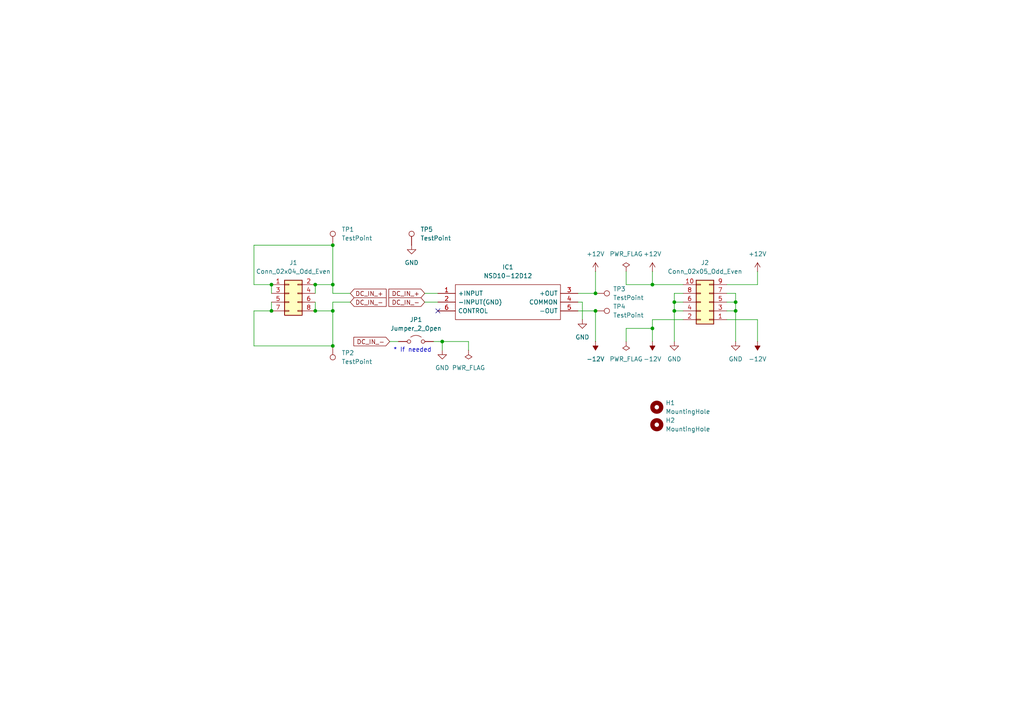
<source format=kicad_sch>
(kicad_sch (version 20231120) (generator "eeschema") (generator_version "8.0")
  (paper "A4")
  (lib_symbols
    (symbol "+12V_1" (power) (pin_numbers hide) (pin_names (offset 0) hide)
      (property "Value" "+12V" (at 0 3.556 0))
      (symbol "+12V_1_0_1"
        (polyline (pts (xy -0.762 1.27) (xy 0 2.54)))
        (polyline (pts (xy 0 0) (xy 0 2.54)))
        (polyline (pts (xy 0 2.54) (xy 0.762 1.27)))
      )
      (symbol "+12V_1_1_1"
        (pin power_in line (at 0 0 90) (length 0) (name "~") (number "1"))
      )
    )
    (symbol "-12V_1" (power) (pin_numbers hide) (pin_names (offset 0) hide)
      (property "Value" "-12V" (at 0 3.556 0))
      (symbol "-12V_1_0_0"
        (pin power_in line (at 0 0 90) (length 0) (name "~") (number "1"))
      )
      (symbol "-12V_1_0_1"
        (polyline (pts (xy 0 0) (xy 0 1.27) (xy 0.762 1.27) (xy 0 2.54) (xy -0.762 1.27) (xy 0 1.27)) (fill (type outline)))
      )
    )
    (symbol "Connector:TestPoint" (pin_numbers hide) (pin_names (offset 0.762) hide)
      (property "Reference" "TP" (at 0 6.858 0))
      (property "Value" "TestPoint" (at 0 5.08 0))
      (symbol "TestPoint_0_1"
        (circle (center 0 3.302) (radius 0.762))
      )
      (symbol "TestPoint_1_1"
        (pin passive line (at 0 0 90) (length 2.54) (name "1") (number "1"))
      )
    )
    (symbol "Connector_Generic:Conn_02x04_Odd_Even" (pin_names (offset 1.016) hide)
      (property "Reference" "J" (at 1.27 5.08 0))
      (property "Value" "Conn_02x04_Odd_Even" (at 1.27 -7.62 0))
      (symbol "Conn_02x04_Odd_Even_1_1"
        (rectangle (start -1.27 -4.953) (end 0 -5.207) (stroke (width 0.1524)))
        (rectangle (start -1.27 -2.413) (end 0 -2.667) (stroke (width 0.1524)))
        (rectangle (start -1.27 0.127) (end 0 -0.127) (stroke (width 0.1524)))
        (rectangle (start -1.27 2.667) (end 0 2.413) (stroke (width 0.1524)))
        (rectangle (start -1.27 3.81) (end 3.81 -6.35) (stroke (width 0.254)) (fill (type background)))
        (rectangle (start 3.81 -4.953) (end 2.54 -5.207) (stroke (width 0.1524)))
        (rectangle (start 3.81 -2.413) (end 2.54 -2.667) (stroke (width 0.1524)))
        (rectangle (start 3.81 0.127) (end 2.54 -0.127) (stroke (width 0.1524)))
        (rectangle (start 3.81 2.667) (end 2.54 2.413) (stroke (width 0.1524)))
        (pin passive line (at -5.08 2.54 0) (length 3.81) (name "Pin_1") (number "1"))
        (pin passive line (at 7.62 2.54 180) (length 3.81) (name "Pin_2") (number "2"))
        (pin passive line (at -5.08 0 0) (length 3.81) (name "Pin_3") (number "3"))
        (pin passive line (at 7.62 0 180) (length 3.81) (name "Pin_4") (number "4"))
        (pin passive line (at -5.08 -2.54 0) (length 3.81) (name "Pin_5") (number "5"))
        (pin passive line (at 7.62 -2.54 180) (length 3.81) (name "Pin_6") (number "6"))
        (pin passive line (at -5.08 -5.08 0) (length 3.81) (name "Pin_7") (number "7"))
        (pin passive line (at 7.62 -5.08 180) (length 3.81) (name "Pin_8") (number "8"))
      )
    )
    (symbol "Connector_Generic:Conn_02x05_Odd_Even" (pin_names (offset 1.016) hide)
      (property "Reference" "J" (at 1.27 7.62 0))
      (property "Value" "Conn_02x05_Odd_Even" (at 1.27 -7.62 0))
      (symbol "Conn_02x05_Odd_Even_1_1"
        (rectangle (start -1.27 -4.953) (end 0 -5.207) (stroke (width 0.1524)))
        (rectangle (start -1.27 -2.413) (end 0 -2.667) (stroke (width 0.1524)))
        (rectangle (start -1.27 0.127) (end 0 -0.127) (stroke (width 0.1524)))
        (rectangle (start -1.27 2.667) (end 0 2.413) (stroke (width 0.1524)))
        (rectangle (start -1.27 5.207) (end 0 4.953) (stroke (width 0.1524)))
        (rectangle (start -1.27 6.35) (end 3.81 -6.35) (stroke (width 0.254)) (fill (type background)))
        (rectangle (start 3.81 -4.953) (end 2.54 -5.207) (stroke (width 0.1524)))
        (rectangle (start 3.81 -2.413) (end 2.54 -2.667) (stroke (width 0.1524)))
        (rectangle (start 3.81 0.127) (end 2.54 -0.127) (stroke (width 0.1524)))
        (rectangle (start 3.81 2.667) (end 2.54 2.413) (stroke (width 0.1524)))
        (rectangle (start 3.81 5.207) (end 2.54 4.953) (stroke (width 0.1524)))
        (pin passive line (at -5.08 5.08 0) (length 3.81) (name "Pin_1") (number "1"))
        (pin passive line (at 7.62 -5.08 180) (length 3.81) (name "Pin_10") (number "10"))
        (pin passive line (at 7.62 5.08 180) (length 3.81) (name "Pin_2") (number "2"))
        (pin passive line (at -5.08 2.54 0) (length 3.81) (name "Pin_3") (number "3"))
        (pin passive line (at 7.62 2.54 180) (length 3.81) (name "Pin_4") (number "4"))
        (pin passive line (at -5.08 0 0) (length 3.81) (name "Pin_5") (number "5"))
        (pin passive line (at 7.62 0 180) (length 3.81) (name "Pin_6") (number "6"))
        (pin passive line (at -5.08 -2.54 0) (length 3.81) (name "Pin_7") (number "7"))
        (pin passive line (at 7.62 -2.54 180) (length 3.81) (name "Pin_8") (number "8"))
        (pin passive line (at -5.08 -5.08 0) (length 3.81) (name "Pin_9") (number "9"))
      )
    )
    (symbol "GND_1" (power) (pin_numbers hide) (pin_names (offset 0) hide)
      (property "Value" "GND" (at 0 -3.81 0))
      (symbol "GND_1_0_1"
        (polyline (pts (xy 0 0) (xy 0 -1.27) (xy 1.27 -1.27) (xy 0 -2.54) (xy -1.27 -1.27) (xy 0 -1.27)))
      )
      (symbol "GND_1_1_1"
        (pin power_in line (at 0 0 270) (length 0) (name "~") (number "1"))
      )
    )
    (symbol "GND_2" (power) (pin_numbers hide) (pin_names (offset 0) hide)
      (property "Value" "GND" (at 0 -3.81 0))
      (symbol "GND_2_0_1"
        (polyline (pts (xy 0 0) (xy 0 -1.27) (xy 1.27 -1.27) (xy 0 -2.54) (xy -1.27 -1.27) (xy 0 -1.27)))
      )
      (symbol "GND_2_1_1"
        (pin power_in line (at 0 0 270) (length 0) (name "~") (number "1"))
      )
    )
    (symbol "GND_3" (power) (pin_numbers hide) (pin_names (offset 0) hide)
      (property "Value" "GND" (at 0 -3.81 0))
      (symbol "GND_3_0_1"
        (polyline (pts (xy 0 0) (xy 0 -1.27) (xy 1.27 -1.27) (xy 0 -2.54) (xy -1.27 -1.27) (xy 0 -1.27)))
      )
      (symbol "GND_3_1_1"
        (pin power_in line (at 0 0 270) (length 0) (name "~") (number "1"))
      )
    )
    (symbol "Jumper:Jumper_2_Open" (pin_numbers hide) (pin_names (offset 0) hide) (exclude_from_sim yes)
      (property "Reference" "JP" (at 0 2.794 0))
      (property "Value" "Jumper_2_Open" (at 0 -2.286 0))
      (symbol "Jumper_2_Open_0_0"
        (circle (center -2.032 0) (radius 0.508))
        (circle (center 2.032 0) (radius 0.508))
      )
      (symbol "Jumper_2_Open_0_1"
        (arc (start 1.524 1.27) (mid 0 1.778) (end -1.524 1.27))
      )
      (symbol "Jumper_2_Open_1_1"
        (pin passive line (at -5.08 0 0) (length 2.54) (name "A") (number "1"))
        (pin passive line (at 5.08 0 180) (length 2.54) (name "B") (number "2"))
      )
    )
    (symbol "Mechanical:MountingHole" (pin_names (offset 1.016)) (exclude_from_sim yes) (in_bom no)
      (property "Reference" "H" (at 0 5.08 0))
      (property "Value" "MountingHole" (at 0 3.175 0))
      (symbol "MountingHole_0_1"
        (circle (center 0 0) (radius 1.27) (stroke (width 1.27)))
      )
    )
    (symbol "NSD10-12D5:NSD10-12D5" (pin_names (offset 0.762))
      (property "Reference" "IC" (at 36.83 7.62 0))
      (property "Value" "NSD10-12D5" (at 36.83 5.08 0))
      (symbol "NSD10-12D5_0_0"
        (pin passive line (at 0 0 0) (length 5.08) (name "+INPUT") (number "1"))
        (pin passive line (at 0 -2.54 0) (length 5.08) (name "-INPUT(GND)") (number "2"))
        (pin passive line (at 40.64 0 180) (length 5.08) (name "+OUT") (number "3"))
        (pin passive line (at 40.64 -2.54 180) (length 5.08) (name "COMMON") (number "4"))
        (pin passive line (at 40.64 -5.08 180) (length 5.08) (name "-OUT") (number "5"))
        (pin passive line (at 0 -5.08 0) (length 5.08) (name "CONTROL") (number "6"))
      )
      (symbol "NSD10-12D5_0_1"
        (polyline (pts (xy 5.08 2.54) (xy 35.56 2.54) (xy 35.56 -7.62) (xy 5.08 -7.62) (xy 5.08 2.54)) (stroke (width 0.1524)))
      )
    )
    (symbol "power:PWR_FLAG" (power) (pin_numbers hide) (pin_names (offset 0) hide)
      (property "Value" "PWR_FLAG" (at 0 3.81 0))
      (symbol "PWR_FLAG_0_0"
        (pin power_out line (at 0 0 90) (length 0) (name "~") (number "1"))
      )
      (symbol "PWR_FLAG_0_1"
        (polyline (pts (xy 0 0) (xy 0 1.27) (xy -1.016 1.905) (xy 0 2.54) (xy 1.016 1.905) (xy 0 1.27)))
      )
    )
  )
  (junction (at 172.72 90.17))
  (junction (at 78.74 82.55))
  (junction (at 96.52 82.55))
  (junction (at 96.52 90.17))
  (junction (at 195.58 90.17))
  (junction (at 78.74 90.17))
  (junction (at 96.52 100.33))
  (junction (at 128.27 99.06))
  (junction (at 189.23 82.55))
  (junction (at 213.36 90.17))
  (junction (at 195.58 87.63))
  (junction (at 96.52 71.12))
  (junction (at 189.23 95.25))
  (junction (at 91.44 90.17))
  (junction (at 91.44 82.55))
  (junction (at 213.36 87.63))
  (junction (at 172.72 85.09))
  (no_connect (at 127 90.17))
  (wire (pts (xy 91.44 82.55) (xy 91.44 85.09)))
  (wire (pts (xy 128.27 99.06) (xy 125.73 99.06)))
  (wire (pts (xy 195.58 90.17) (xy 198.12 90.17)))
  (wire (pts (xy 181.61 78.74) (xy 181.61 82.55)))
  (wire (pts (xy 96.52 85.09) (xy 96.52 82.55)))
  (wire (pts (xy 96.52 87.63) (xy 101.6 87.63)))
  (wire (pts (xy 135.89 101.6) (xy 135.89 99.06)))
  (wire (pts (xy 167.64 87.63) (xy 168.91 87.63)))
  (wire (pts (xy 91.44 90.17) (xy 96.52 90.17)))
  (wire (pts (xy 195.58 90.17) (xy 195.58 99.06)))
  (wire (pts (xy 195.58 87.63) (xy 198.12 87.63)))
  (wire (pts (xy 78.74 82.55) (xy 73.66 82.55)))
  (wire (pts (xy 219.71 92.71) (xy 219.71 99.06)))
  (wire (pts (xy 172.72 99.06) (xy 172.72 90.17)))
  (wire (pts (xy 167.64 85.09) (xy 172.72 85.09)))
  (wire (pts (xy 167.64 90.17) (xy 172.72 90.17)))
  (wire (pts (xy 189.23 82.55) (xy 198.12 82.55)))
  (wire (pts (xy 73.66 100.33) (xy 73.66 90.17)))
  (wire (pts (xy 213.36 90.17) (xy 213.36 99.06)))
  (wire (pts (xy 181.61 95.25) (xy 189.23 95.25)))
  (wire (pts (xy 96.52 71.12) (xy 96.52 82.55)))
  (wire (pts (xy 78.74 82.55) (xy 78.74 85.09)))
  (wire (pts (xy 73.66 90.17) (xy 78.74 90.17)))
  (wire (pts (xy 113.03 99.06) (xy 115.57 99.06)))
  (wire (pts (xy 135.89 99.06) (xy 128.27 99.06)))
  (wire (pts (xy 96.52 82.55) (xy 91.44 82.55)))
  (wire (pts (xy 213.36 87.63) (xy 213.36 90.17)))
  (wire (pts (xy 210.82 90.17) (xy 213.36 90.17)))
  (wire (pts (xy 219.71 82.55) (xy 219.71 78.74)))
  (wire (pts (xy 78.74 87.63) (xy 78.74 90.17)))
  (wire (pts (xy 198.12 85.09) (xy 195.58 85.09)))
  (wire (pts (xy 73.66 82.55) (xy 73.66 71.12)))
  (wire (pts (xy 96.52 90.17) (xy 96.52 100.33)))
  (wire (pts (xy 91.44 87.63) (xy 91.44 90.17)))
  (wire (pts (xy 210.82 85.09) (xy 213.36 85.09)))
  (wire (pts (xy 210.82 92.71) (xy 219.71 92.71)))
  (wire (pts (xy 101.6 85.09) (xy 96.52 85.09)))
  (wire (pts (xy 168.91 87.63) (xy 168.91 92.71)))
  (wire (pts (xy 96.52 87.63) (xy 96.52 90.17)))
  (wire (pts (xy 195.58 87.63) (xy 195.58 90.17)))
  (wire (pts (xy 96.52 100.33) (xy 73.66 100.33)))
  (wire (pts (xy 123.19 85.09) (xy 127 85.09)))
  (wire (pts (xy 210.82 87.63) (xy 213.36 87.63)))
  (wire (pts (xy 123.19 87.63) (xy 127 87.63)))
  (wire (pts (xy 189.23 78.74) (xy 189.23 82.55)))
  (wire (pts (xy 189.23 92.71) (xy 189.23 95.25)))
  (wire (pts (xy 172.72 78.74) (xy 172.72 85.09)))
  (wire (pts (xy 181.61 82.55) (xy 189.23 82.55)))
  (wire (pts (xy 181.61 99.06) (xy 181.61 95.25)))
  (wire (pts (xy 128.27 101.6) (xy 128.27 99.06)))
  (wire (pts (xy 210.82 82.55) (xy 219.71 82.55)))
  (wire (pts (xy 198.12 92.71) (xy 189.23 92.71)))
  (wire (pts (xy 213.36 85.09) (xy 213.36 87.63)))
  (wire (pts (xy 73.66 71.12) (xy 96.52 71.12)))
  (wire (pts (xy 189.23 95.25) (xy 189.23 99.06)))
  (wire (pts (xy 195.58 85.09) (xy 195.58 87.63)))
  (text "* If needed" (at 119.634 101.6 0) (effects (font (size 1.27 1.27))))
  (global_label "DC_IN_+" (shape input) (at 123.19 85.09 180) (property "Intersheetrefs" "${INTERSHEET_REFS}" (effects (hide yes))))
  (global_label "DC_IN_-" (shape input) (at 113.03 99.06 180) (property "Intersheetrefs" "${INTERSHEET_REFS}" (effects (hide yes))))
  (global_label "DC_IN_+" (shape input) (at 101.6 85.09 0) (property "Intersheetrefs" "${INTERSHEET_REFS}" (effects (hide yes))))
  (global_label "DC_IN_-" (shape input) (at 123.19 87.63 180) (property "Intersheetrefs" "${INTERSHEET_REFS}" (effects (hide yes))))
  (global_label "DC_IN_-" (shape input) (at 101.6 87.63 0) (property "Intersheetrefs" "${INTERSHEET_REFS}" (effects (hide yes))))
  (symbol (lib_name "-12V_1") (lib_id "power:-12V") (at 219.71 99.06 180) (unit 1)
    (property "Reference" "#PWR06" (effects (hide yes)))
    (property "Value" "-12V" (at 219.71 104.14 0))
    (property "Description" "Power symbol creates a global label with name \"-12V\"" (effects (hide yes)))
  )
  (symbol (lib_name "-12V_1") (lib_id "power:-12V") (at 189.23 99.06 180) (unit 1)
    (property "Reference" "#PWR03" (effects (hide yes)))
    (property "Value" "-12V" (at 189.23 104.14 0))
    (property "Description" "Power symbol creates a global label with name \"-12V\"" (effects (hide yes)))
  )
  (symbol (lib_id "power:PWR_FLAG") (at 135.89 101.6 180) (unit 1)
    (property "Reference" "#FLG03" (effects (hide yes)))
    (property "Value" "PWR_FLAG" (at 135.89 106.68 0))
    (property "Description" "Special symbol for telling ERC where power comes from" (effects (hide yes)))
  )
  (symbol (lib_id "Connector_Generic:Conn_02x04_Odd_Even") (at 83.82 85.09 0) (unit 1)
    (property "Reference" "J1" (at 85.09 76.2 0))
    (property "Value" "Conn_02x04_Odd_Even" (at 85.09 78.74 0))
    (property "Footprint" "Connector_PinSocket_2.54mm:PinSocket_2x04_P2.54mm_Vertical" (effects (hide yes)))
    (property "Description" "Generic connector, double row, 02x04, odd/even pin numbering scheme (row 1 odd numbers, row 2 even numbers), script generated (kicad-library-utils/schlib/autogen/connector/)" (effects (hide yes)))
  )
  (symbol (lib_id "power:PWR_FLAG") (at 181.61 78.74 0) (unit 1)
    (property "Reference" "#FLG01" (effects (hide yes)))
    (property "Value" "PWR_FLAG" (at 181.61 73.66 0))
    (property "Description" "Special symbol for telling ERC where power comes from" (effects (hide yes)))
  )
  (symbol (lib_id "power:PWR_FLAG") (at 181.61 99.06 180) (unit 1)
    (property "Reference" "#FLG02" (effects (hide yes)))
    (property "Value" "PWR_FLAG" (at 181.61 104.14 0))
    (property "Description" "Special symbol for telling ERC where power comes from" (effects (hide yes)))
  )
  (symbol (lib_id "Connector:TestPoint") (at 119.38 71.12 0) (unit 1)
    (property "Reference" "TP5" (at 121.92 66.5479 0) (effects (justify left)))
    (property "Value" "TestPoint" (at 121.92 69.0879 0) (effects (justify left)))
    (property "Footprint" "TestPoint:TestPoint_THTPad_2.0x2.0mm_Drill1.0mm" (effects (hide yes)))
    (property "Description" "test point" (effects (hide yes)))
  )
  (symbol (lib_id "Mechanical:MountingHole") (at 190.5 118.11 0) (unit 1) (exclude_from_sim yes) (in_bom no)
    (property "Reference" "H1" (at 193.04 116.8399 0) (effects (justify left)))
    (property "Value" "MountingHole" (at 193.04 119.3799 0) (effects (justify left)))
    (property "Footprint" "MountingHole:MountingHole_3mm_Pad" (effects (hide yes)))
    (property "Description" "Mounting Hole without connection" (effects (hide yes)))
  )
  (symbol (lib_name "GND_3") (lib_id "power:GND") (at 213.36 99.06 0) (unit 1)
    (property "Reference" "#PWR07" (effects (hide yes)))
    (property "Value" "GND" (at 213.36 104.14 0))
    (property "Description" "Power symbol creates a global label with name \"GND\" , ground" (effects (hide yes)))
  )
  (symbol (lib_name "+12V_1") (lib_id "power:+12V") (at 172.72 78.74 0) (unit 1)
    (property "Reference" "#PWR09" (effects (hide yes)))
    (property "Value" "+12V" (at 172.72 73.66 0))
    (property "Description" "Power symbol creates a global label with name \"+12V\"" (effects (hide yes)))
  )
  (symbol (lib_id "Connector_Generic:Conn_02x05_Odd_Even") (at 205.74 87.63 180) (unit 1)
    (property "Reference" "J2" (at 204.47 76.2 0))
    (property "Value" "Conn_02x05_Odd_Even" (at 204.47 78.74 0))
    (property "Footprint" "Connector_PinSocket_2.54mm:PinSocket_2x05_P2.54mm_Vertical" (effects (hide yes)))
    (property "Description" "Generic connector, double row, 02x05, odd/even pin numbering scheme (row 1 odd numbers, row 2 even numbers), script generated (kicad-library-utils/schlib/autogen/connector/)" (effects (hide yes)))
  )
  (symbol (lib_id "Mechanical:MountingHole") (at 190.5 123.19 0) (unit 1) (exclude_from_sim yes) (in_bom no)
    (property "Reference" "H2" (at 193.04 121.9199 0) (effects (justify left)))
    (property "Value" "MountingHole" (at 193.04 124.4599 0) (effects (justify left)))
    (property "Footprint" "MountingHole:MountingHole_3mm_Pad" (effects (hide yes)))
    (property "Description" "Mounting Hole without connection" (effects (hide yes)))
  )
  (symbol (lib_name "+12V_1") (lib_id "power:+12V") (at 219.71 78.74 0) (unit 1)
    (property "Reference" "#PWR05" (effects (hide yes)))
    (property "Value" "+12V" (at 219.71 73.66 0))
    (property "Description" "Power symbol creates a global label with name \"+12V\"" (effects (hide yes)))
  )
  (symbol (lib_id "Connector:TestPoint") (at 96.52 71.12 0) (unit 1)
    (property "Reference" "TP1" (at 99.06 66.5479 0) (effects (justify left)))
    (property "Value" "TestPoint" (at 99.06 69.0879 0) (effects (justify left)))
    (property "Footprint" "TestPoint:TestPoint_THTPad_2.0x2.0mm_Drill1.0mm" (effects (hide yes)))
    (property "Description" "test point" (effects (hide yes)))
  )
  (symbol (lib_name "+12V_1") (lib_id "power:+12V") (at 189.23 78.74 0) (unit 1)
    (property "Reference" "#PWR02" (effects (hide yes)))
    (property "Value" "+12V" (at 189.23 73.66 0))
    (property "Description" "Power symbol creates a global label with name \"+12V\"" (effects (hide yes)))
  )
  (symbol (lib_id "Connector:TestPoint") (at 172.72 85.09 270) (unit 1)
    (property "Reference" "TP3" (at 177.8 83.8199 90) (effects (justify left)))
    (property "Value" "TestPoint" (at 177.8 86.3599 90) (effects (justify left)))
    (property "Footprint" "TestPoint:TestPoint_THTPad_2.0x2.0mm_Drill1.0mm" (effects (hide yes)))
    (property "Description" "test point" (effects (hide yes)))
  )
  (symbol (lib_name "GND_1") (lib_id "power:GND") (at 128.27 101.6 0) (unit 1)
    (property "Reference" "#PWR01" (effects (hide yes)))
    (property "Value" "GND" (at 128.27 106.68 0))
    (property "Description" "Power symbol creates a global label with name \"GND\" , ground" (effects (hide yes)))
  )
  (symbol (lib_name "GND_3") (lib_id "power:GND") (at 195.58 99.06 0) (unit 1)
    (property "Reference" "#PWR04" (effects (hide yes)))
    (property "Value" "GND" (at 195.58 104.14 0))
    (property "Description" "Power symbol creates a global label with name \"GND\" , ground" (effects (hide yes)))
  )
  (symbol (lib_id "NSD10-12D5:NSD10-12D5") (at 127 85.09 0) (unit 1)
    (property "Reference" "IC1" (at 147.32 77.47 0))
    (property "Value" "NSD10-12D12" (at 147.32 80.01 0))
    (property "Footprint" "NSD1012D5" (effects (hide yes)))
    (property "Datasheet" "https://www.meanwell.com/Upload/PDF/NSD10-D/NSD10-D-SPEC.PDF" (effects (hide yes)))
    (property "Description" "Isolated DC/DC Converters 12Vin 5V1A -5V1A 10W" (effects (hide yes)))
    (property "Height" "10" (effects (hide yes)))
    (property "Manufacturer_Name" "Mean Well" (effects (hide yes)))
    (property "Manufacturer_Part_Number" "NSD10-12D5" (effects (hide yes)))
    (property "Mouser Part Number" "709-NSD10-12D5" (effects (hide yes)))
    (property "Mouser Price/Stock" "https://www.mouser.co.uk/ProductDetail/MEAN-WELL/NSD10-12D5?qs=MCbhYIqTEtlN5bdLsdyUiQ%3D%3D" (effects (hide yes)))
    (property "Description_1" "Isolated DC/DC Converters 12Vin 5V1A -5V1A 10W" (effects (hide yes)))
  )
  (symbol (lib_id "Connector:TestPoint") (at 172.72 90.17 270) (unit 1)
    (property "Reference" "TP4" (at 177.8 88.8999 90) (effects (justify left)))
    (property "Value" "TestPoint" (at 177.8 91.4399 90) (effects (justify left)))
    (property "Footprint" "TestPoint:TestPoint_THTPad_2.0x2.0mm_Drill1.0mm" (effects (hide yes)))
    (property "Description" "test point" (effects (hide yes)))
  )
  (symbol (lib_id "Connector:TestPoint") (at 96.52 100.33 180) (unit 1)
    (property "Reference" "TP2" (at 99.06 102.3619 0) (effects (justify right)))
    (property "Value" "TestPoint" (at 99.06 104.9019 0) (effects (justify right)))
    (property "Footprint" "TestPoint:TestPoint_THTPad_2.0x2.0mm_Drill1.0mm" (effects (hide yes)))
    (property "Description" "test point" (effects (hide yes)))
  )
  (symbol (lib_id "Jumper:Jumper_2_Open") (at 120.65 99.06 0) (unit 1) (exclude_from_sim yes)
    (property "Reference" "JP1" (at 120.65 92.71 0))
    (property "Value" "Jumper_2_Open" (at 120.65 95.25 0))
    (property "Footprint" "Jumper:SolderJumper-2_P1.3mm_Open_Pad1.0x1.5mm" (effects (hide yes)))
    (property "Description" "Jumper, 2-pole, open" (effects (hide yes)))
  )
  (symbol (lib_name "-12V_1") (lib_id "power:-12V") (at 172.72 99.06 180) (unit 1)
    (property "Reference" "#PWR010" (effects (hide yes)))
    (property "Value" "-12V" (at 172.72 104.14 0))
    (property "Description" "Power symbol creates a global label with name \"-12V\"" (effects (hide yes)))
  )
  (symbol (lib_name "GND_3") (lib_id "power:GND") (at 168.91 92.71 0) (unit 1)
    (property "Reference" "#PWR011" (effects (hide yes)))
    (property "Value" "GND" (at 168.91 97.79 0))
    (property "Description" "Power symbol creates a global label with name \"GND\" , ground" (effects (hide yes)))
  )
  (symbol (lib_name "GND_2") (lib_id "power:GND") (at 119.38 71.12 0) (unit 1)
    (property "Reference" "#PWR08" (effects (hide yes)))
    (property "Value" "GND" (at 119.38 76.2 0))
    (property "Description" "Power symbol creates a global label with name \"GND\" , ground" (effects (hide yes)))
  )
)
</source>
